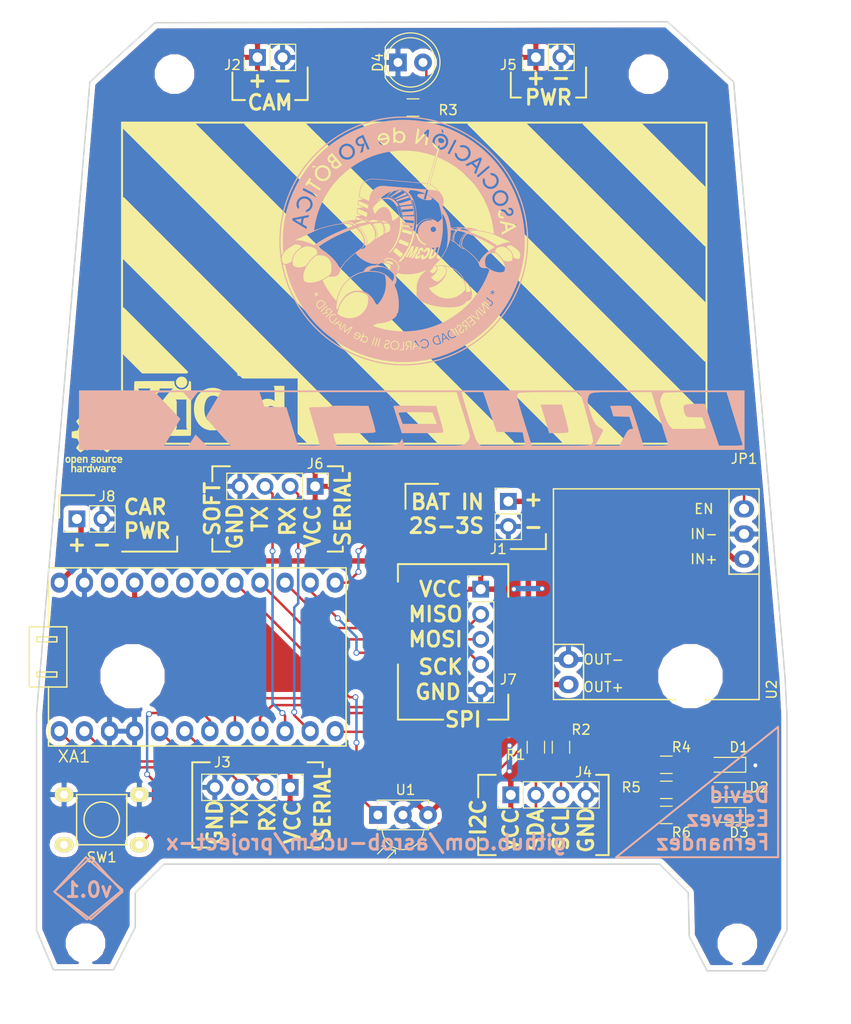
<source format=kicad_pcb>
(kicad_pcb (version 4) (host pcbnew 4.0.7-e2-6376~58~ubuntu14.04.1)
  (layers (0 F.Cu signal) (31 B.Cu signal) (34 B.Paste user) (35 F.Paste user) (36 B.SilkS user) (37 F.SilkS user) (38 B.Mask user) (39 F.Mask user) (44 Edge.Cuts user))
  (net 0 "")
  (net 1 GND)
  (net 2 "Net-(D1-Pad2)")
  (net 3 "Net-(D2-Pad2)")
  (net 4 "Net-(D3-Pad2)")
  (net 5 "Net-(D4-Pad2)")
  (net 6 +BATT)
  (net 7 +5V)
  (net 8 /Rx)
  (net 9 /Tx)
  (net 10 /SDA)
  (net 11 /SCL)
  (net 12 /SoftRx)
  (net 13 /SoftTx)
  (net 14 /MISO)
  (net 15 /MOSI)
  (net 16 /SCK)
  (net 17 VCC)
  (net 18 "Net-(JP1-Pad2)")
  (net 19 /LED_IR)
  (net 20 /LED1)
  (net 21 /LED2)
  (net 22 /LED3)
  (net 23 /BUTTON)
  (net 24 /IR_IN)
  (net 25 "Net-(XA1-PadRST)")
  (net 26 "Net-(XA1-PadA3)")
  (net 27 "Net-(XA1-PadA2)")
  (net 28 "Net-(XA1-PadA1)")
  (module Mounting_Holes:MountingHole_5.5mm (layer F.Cu) (at 169.32 120.56)
    (fp_text reference REF** hide)
    (fp_text value MountingHole_5.5mm hide)
    (pad 1 np_thru_hole circle (at 0 0) (size 5.5 5.5) (drill 5.5) (layers *.Cu *.Mask))
  )
  (module Mounting_Holes:MountingHole_3mm (layer F.Cu) (at 174.07 147.62)
    (fp_text reference REF** hide)
    (fp_text value MountingHole_3mm hide)
    (pad 1 np_thru_hole circle (at 0 0) (size 3 3) (drill 3) (layers *.Cu *.Mask))
  )
  (module Mounting_Holes:MountingHole_3mm (layer F.Cu) (at 108.06 147.61)
    (fp_text reference REF** hide)
    (fp_text value MountingHole_3mm hide)
    (pad 1 np_thru_hole circle (at 0 0) (size 3 3) (drill 3) (layers *.Cu *.Mask))
  )
  (module Mounting_Holes:MountingHole_3mm (layer F.Cu) (at 165.07 59.61)
    (fp_text reference REF** hide)
    (fp_text value MountingHole_3mm hide)
    (pad 1 np_thru_hole circle (at 0 0) (size 3 3) (drill 3) (layers *.Cu *.Mask))
  )
  (module def-footprints:Board_Arduino_Pro_Micro (layer F.Cu) (at 119.38 118.618)
    (fp_text reference XA1 (at -12.48 10.082) (layer F.SilkS) (effects (font (size 1.2 1.2))))
    (fp_text value Arduino_PRO_Micro hide)
    (pad RAW thru_hole oval (at -13.97 -7.52) (size 1.7272 2.032) (drill 1.016) (layers *.Cu *.Mask) (net 17 VCC))
    (pad D1 thru_hole oval (at -13.97 7.52) (size 1.7272 2.032) (drill 1.016) (layers *.Cu *.Mask) (net 9 /Tx))
    (pad GND thru_hole oval (at -11.43 -7.52) (size 1.7272 2.032) (drill 1.016) (layers *.Cu *.Mask) (net 1 GND))
    (pad D0 thru_hole oval (at -11.43 7.52) (size 1.7272 2.032) (drill 1.016) (layers *.Cu *.Mask) (net 8 /Rx))
    (pad RST thru_hole oval (at -8.89 -7.52) (size 1.7272 2.032) (drill 1.016) (layers *.Cu *.Mask) (net 25 "Net-(XA1-PadRST)"))
    (pad GND thru_hole oval (at -8.89 7.52) (size 1.7272 2.032) (drill 1.016) (layers *.Cu *.Mask) (net 1 GND))
    (pad VCC thru_hole oval (at -6.35 -7.52) (size 1.7272 2.032) (drill 1.016) (layers *.Cu *.Mask) (net 7 +5V))
    (pad GND thru_hole oval (at -6.35 7.52) (size 1.7272 2.032) (drill 1.016) (layers *.Cu *.Mask) (net 1 GND))
    (pad A3 thru_hole oval (at -3.81 -7.52) (size 1.7272 2.032) (drill 1.016) (layers *.Cu *.Mask) (net 26 "Net-(XA1-PadA3)"))
    (pad D2 thru_hole oval (at -3.81 7.52) (size 1.7272 2.032) (drill 1.016) (layers *.Cu *.Mask) (net 10 /SDA))
    (pad A2 thru_hole oval (at -1.27 -7.52) (size 1.7272 2.032) (drill 1.016) (layers *.Cu *.Mask) (net 27 "Net-(XA1-PadA2)"))
    (pad D3 thru_hole oval (at -1.27 7.52) (size 1.7272 2.032) (drill 1.016) (layers *.Cu *.Mask) (net 11 /SCL))
    (pad A1 thru_hole oval (at 1.27 -7.52) (size 1.7272 2.032) (drill 1.016) (layers *.Cu *.Mask) (net 28 "Net-(XA1-PadA1)"))
    (pad D4 thru_hole oval (at 1.27 7.52) (size 1.7272 2.032) (drill 1.016) (layers *.Cu *.Mask) (net 23 /BUTTON))
    (pad A0 thru_hole oval (at 3.81 -7.52) (size 1.7272 2.032) (drill 1.016) (layers *.Cu *.Mask) (net 24 /IR_IN))
    (pad D5 thru_hole oval (at 3.81 7.52) (size 1.7272 2.032) (drill 1.016) (layers *.Cu *.Mask) (net 20 /LED1))
    (pad D15 thru_hole oval (at 6.35 -7.52) (size 1.7272 2.032) (drill 1.016) (layers *.Cu *.Mask) (net 15 /MOSI))
    (pad D6 thru_hole oval (at 6.35 7.52) (size 1.7272 2.032) (drill 1.016) (layers *.Cu *.Mask) (net 21 /LED2))
    (pad D14 thru_hole oval (at 8.89 -7.52) (size 1.7272 2.032) (drill 1.016) (layers *.Cu *.Mask) (net 14 /MISO))
    (pad D7 thru_hole oval (at 8.89 7.52) (size 1.7272 2.032) (drill 1.016) (layers *.Cu *.Mask) (net 13 /SoftTx))
    (pad D16 thru_hole oval (at 11.43 -7.52) (size 1.7272 2.032) (drill 1.016) (layers *.Cu *.Mask) (net 16 /SCK))
    (pad D8 thru_hole oval (at 11.43 7.52) (size 1.7272 2.032) (drill 1.016) (layers *.Cu *.Mask) (net 12 /SoftRx))
    (pad D10 thru_hole oval (at 13.97 -7.52) (size 1.7272 2.032) (drill 1.016) (layers *.Cu *.Mask) (net 19 /LED_IR))
    (pad D9 thru_hole oval (at 13.97 7.52) (size 1.7272 2.032) (drill 1.016) (layers *.Cu *.Mask) (net 22 /LED3))
  )
  (module def-footprints:Board_DC_DC_module_RT8272 (layer F.Cu) (at 165.862 111.76 90)
    (fp_text reference U2 (at -10.16 11.684 90) (layer F.SilkS))
    (fp_text value DC_Converter_RT8272 hide)
    (fp_text user EN (at 8.128 4.826 180) (layer F.SilkS))
    (fp_text user IN- (at 5.588 4.826 180) (layer F.SilkS))
    (fp_text user IN+ (at 3.048 4.826 180) (layer F.SilkS))
    (fp_text user OUT- (at -7.112 -5.334 180) (layer F.SilkS))
    (fp_text user OUT+ (at -9.906 -5.334 180) (layer F.SilkS))
    (pad 4 thru_hole oval (at -9.652 -8.89 90) (size 1.7272 2.032) (drill 1.016) (layers *.Cu *.Mask) (net 17 VCC))
    (pad 5 thru_hole oval (at -7.112 -8.89 90) (size 1.7272 2.032) (drill 1.016) (layers *.Cu *.Mask) (net 1 GND))
    (pad 1 thru_hole oval (at 3.048 8.89 90) (size 1.7272 2.032) (drill 1.016) (layers *.Cu *.Mask) (net 6 +BATT))
    (pad 2 thru_hole oval (at 5.588 8.89 90) (size 1.7272 2.032) (drill 1.016) (layers *.Cu *.Mask) (net 1 GND))
    (pad 3 thru_hole oval (at 8.128 8.89 90) (size 1.7272 2.032) (drill 1.016) (layers *.Cu *.Mask) (net 18 "Net-(JP1-Pad2)"))
  )
  (module Symbols:KiCad-Logo_6mm_SilkScreen (layer F.Cu) (at 120.65 93.218)
    (fp_text reference REF*** hide)
    (fp_text value KiCad-Logo_6mm_SilkScreen hide)
  )
  (module LEDs:LED_0805_HandSoldering (layer F.Cu) (at 172.72 129.54 180)
    (fp_text reference D1 (at -1.524 1.778 180) (layer F.SilkS))
    (fp_text value LED hide)
    (pad 1 smd rect (at -1.35 0 180) (size 1.5 1.3) (layers F.Cu F.Paste F.Mask) (net 1 GND))
    (pad 2 smd rect (at 1.35 0 180) (size 1.5 1.3) (layers F.Cu F.Paste F.Mask) (net 2 "Net-(D1-Pad2)"))
  )
  (module LEDs:LED_0805_HandSoldering (layer F.Cu) (at 172.72 132.08 180)
    (fp_text reference D2 (at -3.556 0.254 180) (layer F.SilkS))
    (fp_text value LED hide)
    (pad 1 smd rect (at -1.35 0 180) (size 1.5 1.3) (layers F.Cu F.Paste F.Mask) (net 1 GND))
    (pad 2 smd rect (at 1.35 0 180) (size 1.5 1.3) (layers F.Cu F.Paste F.Mask) (net 3 "Net-(D2-Pad2)"))
  )
  (module LEDs:LED_0805_HandSoldering (layer F.Cu) (at 172.72 134.62 180)
    (fp_text reference D3 (at -1.524 -1.778 180) (layer F.SilkS))
    (fp_text value LED hide)
    (pad 1 smd rect (at -1.35 0 180) (size 1.5 1.3) (layers F.Cu F.Paste F.Mask) (net 1 GND))
    (pad 2 smd rect (at 1.35 0 180) (size 1.5 1.3) (layers F.Cu F.Paste F.Mask) (net 4 "Net-(D3-Pad2)"))
  )
  (module LEDs:LED_D5.0mm (layer F.Cu) (at 139.7 58.42)
    (fp_text reference D4 (at -2.032 0 90) (layer F.SilkS))
    (fp_text value CQY99 hide)
    (pad 1 thru_hole rect (at 0 0) (size 1.8 1.8) (drill 0.9) (layers *.Cu *.Mask) (net 1 GND))
    (pad 2 thru_hole circle (at 2.54 0) (size 1.8 1.8) (drill 0.9) (layers *.Cu *.Mask) (net 5 "Net-(D4-Pad2)"))
  )
  (module Pin_Headers:Pin_Header_Straight_1x02_Pitch2.54mm (layer F.Cu) (at 150.876 102.87)
    (fp_text reference J1 (at -1.016 4.826) (layer F.SilkS))
    (fp_text value Conn_01x02 hide)
    (pad 1 thru_hole rect (at 0 0) (size 1.7 1.7) (drill 1) (layers *.Cu *.Mask) (net 6 +BATT))
    (pad 2 thru_hole oval (at 0 2.54) (size 1.7 1.7) (drill 1) (layers *.Cu *.Mask) (net 1 GND))
  )
  (module Pin_Headers:Pin_Header_Straight_1x02_Pitch2.54mm (layer F.Cu) (at 125.476 57.912 90)
    (fp_text reference J2 (at -0.762 -2.54 180) (layer F.SilkS))
    (fp_text value Conn_01x02 hide)
    (pad 1 thru_hole rect (at 0 0 90) (size 1.7 1.7) (drill 1) (layers *.Cu *.Mask) (net 7 +5V))
    (pad 2 thru_hole oval (at 0 2.54 90) (size 1.7 1.7) (drill 1) (layers *.Cu *.Mask) (net 1 GND))
  )
  (module Pin_Headers:Pin_Header_Straight_1x04_Pitch2.54mm (layer F.Cu) (at 128.778 131.826 270)
    (fp_text reference J3 (at -2.54 6.858 360) (layer F.SilkS))
    (fp_text value Serial hide)
    (pad 1 thru_hole rect (at 0 0 270) (size 1.7 1.7) (drill 1) (layers *.Cu *.Mask) (net 7 +5V))
    (pad 2 thru_hole oval (at 0 2.54 270) (size 1.7 1.7) (drill 1) (layers *.Cu *.Mask) (net 8 /Rx))
    (pad 3 thru_hole oval (at 0 5.08 270) (size 1.7 1.7) (drill 1) (layers *.Cu *.Mask) (net 9 /Tx))
    (pad 4 thru_hole oval (at 0 7.62 270) (size 1.7 1.7) (drill 1) (layers *.Cu *.Mask) (net 1 GND))
  )
  (module Pin_Headers:Pin_Header_Straight_1x04_Pitch2.54mm (layer F.Cu) (at 151.13 132.588 90)
    (fp_text reference J4 (at 2.286 7.366 180) (layer F.SilkS))
    (fp_text value I2C hide)
    (pad 1 thru_hole rect (at 0 0 90) (size 1.7 1.7) (drill 1) (layers *.Cu *.Mask) (net 7 +5V))
    (pad 2 thru_hole oval (at 0 2.54 90) (size 1.7 1.7) (drill 1) (layers *.Cu *.Mask) (net 10 /SDA))
    (pad 3 thru_hole oval (at 0 5.08 90) (size 1.7 1.7) (drill 1) (layers *.Cu *.Mask) (net 11 /SCL))
    (pad 4 thru_hole oval (at 0 7.62 90) (size 1.7 1.7) (drill 1) (layers *.Cu *.Mask) (net 1 GND))
  )
  (module Pin_Headers:Pin_Header_Straight_1x02_Pitch2.54mm (layer F.Cu) (at 153.67 57.912 90)
    (fp_text reference J5 (at -0.762 -2.794 180) (layer F.SilkS))
    (fp_text value Conn_01x02 hide)
    (pad 1 thru_hole rect (at 0 0 90) (size 1.7 1.7) (drill 1) (layers *.Cu *.Mask) (net 7 +5V))
    (pad 2 thru_hole oval (at 0 2.54 90) (size 1.7 1.7) (drill 1) (layers *.Cu *.Mask) (net 1 GND))
  )
  (module Pin_Headers:Pin_Header_Straight_1x04_Pitch2.54mm (layer F.Cu) (at 131.318 101.346 270)
    (fp_text reference J6 (at -2.286 0 360) (layer F.SilkS))
    (fp_text value SoftSerial hide)
    (pad 1 thru_hole rect (at 0 0 270) (size 1.7 1.7) (drill 1) (layers *.Cu *.Mask) (net 7 +5V))
    (pad 2 thru_hole oval (at 0 2.54 270) (size 1.7 1.7) (drill 1) (layers *.Cu *.Mask) (net 12 /SoftRx))
    (pad 3 thru_hole oval (at 0 5.08 270) (size 1.7 1.7) (drill 1) (layers *.Cu *.Mask) (net 13 /SoftTx))
    (pad 4 thru_hole oval (at 0 7.62 270) (size 1.7 1.7) (drill 1) (layers *.Cu *.Mask) (net 1 GND))
  )
  (module Pin_Headers:Pin_Header_Straight_1x02_Pitch2.54mm (layer F.Cu) (at 107.188 104.648 90)
    (fp_text reference J8 (at 2.286 3.048 180) (layer F.SilkS))
    (fp_text value Conn_01x02 hide)
    (pad 1 thru_hole rect (at 0 0 90) (size 1.7 1.7) (drill 1) (layers *.Cu *.Mask) (net 17 VCC))
    (pad 2 thru_hole oval (at 0 2.54 90) (size 1.7 1.7) (drill 1) (layers *.Cu *.Mask) (net 1 GND))
  )
  (module def-footprints:Miscellaneous_Solder_Jumper (layer F.Cu) (at 172.466 99.822)
    (fp_text reference JP1 (at 2.286 -1.27) (layer F.SilkS))
    (fp_text value Jumper_NO_Small hide)
    (pad 1 smd trapezoid (at -0.508 0) (size 0.8 0.8) (rect_delta -0.3 0) (layers F.Cu F.Paste F.Mask) (net 7 +5V))
    (pad 2 smd trapezoid (at 0.508 0) (size 0.8 0.8) (rect_delta 0.3 0) (layers F.Cu F.Paste F.Mask) (net 18 "Net-(JP1-Pad2)"))
  )
  (module Resistors_SMD:R_0805_HandSoldering (layer F.Cu) (at 153.67 127.762 90)
    (fp_text reference R1 (at -0.762 -2.032 180) (layer F.SilkS))
    (fp_text value R hide)
    (pad 1 smd rect (at -1.35 0 90) (size 1.5 1.3) (layers F.Cu F.Paste F.Mask) (net 10 /SDA))
    (pad 2 smd rect (at 1.35 0 90) (size 1.5 1.3) (layers F.Cu F.Paste F.Mask) (net 7 +5V))
  )
  (module Resistors_SMD:R_0805_HandSoldering (layer F.Cu) (at 156.21 127.762 90)
    (fp_text reference R2 (at 1.778 2.032 180) (layer F.SilkS))
    (fp_text value R hide)
    (pad 1 smd rect (at -1.35 0 90) (size 1.5 1.3) (layers F.Cu F.Paste F.Mask) (net 11 /SCL))
    (pad 2 smd rect (at 1.35 0 90) (size 1.5 1.3) (layers F.Cu F.Paste F.Mask) (net 7 +5V))
  )
  (module Resistors_SMD:R_0805_HandSoldering (layer F.Cu) (at 141.224 62.992)
    (fp_text reference R3 (at 3.556 0.254) (layer F.SilkS))
    (fp_text value R hide)
    (pad 1 smd rect (at -1.35 0) (size 1.5 1.3) (layers F.Cu F.Paste F.Mask) (net 19 /LED_IR))
    (pad 2 smd rect (at 1.35 0) (size 1.5 1.3) (layers F.Cu F.Paste F.Mask) (net 5 "Net-(D4-Pad2)"))
  )
  (module Resistors_SMD:R_0805_HandSoldering (layer F.Cu) (at 166.878 129.54)
    (fp_text reference R4 (at 1.524 -1.778) (layer F.SilkS))
    (fp_text value R hide)
    (pad 1 smd rect (at -1.35 0) (size 1.5 1.3) (layers F.Cu F.Paste F.Mask) (net 20 /LED1))
    (pad 2 smd rect (at 1.35 0) (size 1.5 1.3) (layers F.Cu F.Paste F.Mask) (net 2 "Net-(D1-Pad2)"))
  )
  (module Resistors_SMD:R_0805_HandSoldering (layer F.Cu) (at 166.878 132.08)
    (fp_text reference R5 (at -3.556 -0.254) (layer F.SilkS))
    (fp_text value R hide)
    (pad 1 smd rect (at -1.35 0) (size 1.5 1.3) (layers F.Cu F.Paste F.Mask) (net 21 /LED2))
    (pad 2 smd rect (at 1.35 0) (size 1.5 1.3) (layers F.Cu F.Paste F.Mask) (net 3 "Net-(D2-Pad2)"))
  )
  (module Resistors_SMD:R_0805_HandSoldering (layer F.Cu) (at 166.878 134.62)
    (fp_text reference R6 (at 1.524 1.778) (layer F.SilkS))
    (fp_text value R hide)
    (pad 1 smd rect (at -1.35 0) (size 1.5 1.3) (layers F.Cu F.Paste F.Mask) (net 22 /LED3))
    (pad 2 smd rect (at 1.35 0) (size 1.5 1.3) (layers F.Cu F.Paste F.Mask) (net 4 "Net-(D3-Pad2)"))
  )
  (module def-footprints:Switches_Push_Switch_THD (layer F.Cu) (at 109.7 135.1)
    (fp_text reference SW1 (at 0 3.81) (layer F.SilkS))
    (fp_text value SW_DPST hide)
    (pad 2 thru_hole oval (at -3.81 2.54) (size 1.9 1.5) (drill 0.8) (layers *.Cu *.Mask F.SilkS) (net 23 /BUTTON))
    (pad 1 thru_hole oval (at -3.81 -2.54) (size 1.9 1.5) (drill 0.8) (layers *.Cu *.Mask F.SilkS) (net 1 GND))
    (pad 4 thru_hole oval (at 3.81 2.54) (size 1.9 1.5) (drill 0.8) (layers *.Cu *.Mask F.SilkS) (net 23 /BUTTON))
    (pad 3 thru_hole oval (at 3.81 -2.54) (size 1.9 1.5) (drill 0.8) (layers *.Cu *.Mask F.SilkS) (net 1 GND))
  )
  (module Opto-Devices:IRReceiver_Vishay_MINICAST-3pin (layer F.Cu) (at 137.668 134.62)
    (fp_text reference U1 (at 2.794 -2.54 180) (layer F.SilkS))
    (fp_text value TSOP382xx hide)
    (pad 1 thru_hole rect (at 0 0) (size 1.8 1.8) (drill 0.9) (layers *.Cu *.Mask) (net 24 /IR_IN))
    (pad 2 thru_hole circle (at 2.54 0) (size 1.8 1.8) (drill 0.9) (layers *.Cu *.Mask) (net 1 GND))
    (pad 3 thru_hole circle (at 5.08 0) (size 1.8 1.8) (drill 0.9) (layers *.Cu *.Mask) (net 7 +5V))
  )
  (module def-footprints:Logo_ASROB_2.5x2.5_cm (layer B.Cu) (at 140.3 76.5 180)
    (fp_text reference G*** hide)
    (fp_text value LOGO hide)
  )
  (module Symbols:OSHW-Logo_5.7x6mm_SilkScreen (layer F.Cu) (at 108.9 96.9)
    (fp_text reference REF*** hide)
    (fp_text value OSHW-Logo_5.7x6mm_SilkScreen hide)
  )
  (module Pin_Headers:Pin_Header_Straight_1x05_Pitch2.54mm (layer F.Cu) (at 148.082 111.76)
    (fp_text reference J7 (at 2.794 9.144) (layer F.SilkS))
    (fp_text value Conn_01x05 hide)
    (pad 1 thru_hole rect (at 0 0) (size 1.7 1.7) (drill 1) (layers *.Cu *.Mask) (net 7 +5V))
    (pad 2 thru_hole oval (at 0 2.54) (size 1.7 1.7) (drill 1) (layers *.Cu *.Mask) (net 14 /MISO))
    (pad 3 thru_hole oval (at 0 5.08) (size 1.7 1.7) (drill 1) (layers *.Cu *.Mask) (net 15 /MOSI))
    (pad 4 thru_hole oval (at 0 7.62) (size 1.7 1.7) (drill 1) (layers *.Cu *.Mask) (net 16 /SCK))
    (pad 5 thru_hole oval (at 0 10.16) (size 1.7 1.7) (drill 1) (layers *.Cu *.Mask) (net 1 GND))
  )
  (module Mounting_Holes:MountingHole_3mm (layer F.Cu) (at 117.07 59.6)
    (fp_text reference REF** hide)
    (fp_text value MountingHole_3mm hide)
    (pad 1 np_thru_hole circle (at 0 0) (size 3 3) (drill 3) (layers *.Cu *.Mask))
  )
  (module Mounting_Holes:MountingHole_5.5mm (layer F.Cu) (at 112.82 120.57)
    (fp_text reference REF** hide)
    (fp_text value MountingHole_5.5mm hide)
    (pad 1 np_thru_hole circle (at 0 0) (size 5.5 5.5) (drill 5.5) (layers *.Cu *.Mask))
  )
  (module def-footprints:Logo_Project_X (layer B.Cu) (at 141.1 94.6 180)
    (fp_text reference G*** hide)
    (fp_text value LOGO hide)
  )
  (gr_line (start 108.6 145.2) (end 104.9 142.4) (angle 90) (layer B.SilkS) (width 0.2))
  (gr_line (start 111.8 142.4) (end 108.6 145.2) (angle 90) (layer B.SilkS) (width 0.2))
  (gr_line (start 108.6 138.9) (end 111.8 142.4) (angle 90) (layer B.SilkS) (width 0.2))
  (gr_line (start 108.6 138.9) (end 104.9 142.4) (angle 90) (layer B.SilkS) (width 0.2))
  (gr_line (start 108.2 145.2) (end 104.9 142.4) (angle 90) (layer B.SilkS) (width 0.2))
  (gr_line (start 111.8 142.2) (end 108.2 145.2) (angle 90) (layer B.SilkS) (width 0.2))
  (gr_line (start 108.1 138.9) (end 111.8 142.2) (angle 90) (layer B.SilkS) (width 0.2))
  (gr_line (start 104.9 142.4) (end 108.1 138.9) (angle 90) (layer B.SilkS) (width 0.2))
  (gr_line (start 178.2 125.7) (end 178.2 126.8) (angle 90) (layer B.SilkS) (width 0.2))
  (gr_line (start 161.8 138.9) (end 178.2 125.7) (angle 90) (layer B.SilkS) (width 0.2))
  (gr_line (start 163.2 138.9) (end 161.8 138.9) (angle 90) (layer B.SilkS) (width 0.2))
  (gr_line (start 178.2 126.7) (end 178.2 138.9) (angle 90) (layer B.SilkS) (width 0.2))
  (gr_line (start 178.2 138.9) (end 163.2 138.9) (angle 90) (layer B.SilkS) (width 0.2))
  (gr_text "David\nEstevez\nFernandez" (at 177.5 135) (layer B.SilkS) (effects (font (size 1.5 1.5) (thickness 0.3)) (justify left mirror)))
  (gr_text github.com/asrob-uc3m/project-x (at 136.5 137.4) (layer B.SilkS) (effects (font (size 1.5 1.5) (thickness 0.3)) (justify mirror)))
  (gr_text v0.1 (at 108.4 142.2) (layer B.SilkS) (effects (font (size 1.5 1.5) (thickness 0.3)) (justify mirror)))
  (gr_line (start 177 150.4) (end 179.1 146.3) (angle 90) (layer Edge.Cuts) (width 0.15))
  (gr_line (start 171 150.4) (end 177 150.4) (angle 90) (layer Edge.Cuts) (width 0.15))
  (gr_line (start 169.2 146.9) (end 171 150.4) (angle 90) (layer Edge.Cuts) (width 0.15))
  (gr_line (start 169.1 142.5) (end 169.2 146.9) (angle 90) (layer Edge.Cuts) (width 0.15))
  (gr_line (start 166.2 139.6) (end 169.1 142.5) (angle 90) (layer Edge.Cuts) (width 0.15))
  (gr_line (start 116 139.6) (end 166.2 139.6) (angle 90) (layer Edge.Cuts) (width 0.15))
  (gr_line (start 113.1 142.5) (end 116 139.6) (angle 90) (layer Edge.Cuts) (width 0.15))
  (gr_line (start 113.1 146) (end 113.1 142.5) (angle 90) (layer Edge.Cuts) (width 0.15))
  (gr_line (start 110.9 150.3) (end 113.1 146) (angle 90) (layer Edge.Cuts) (width 0.15))
  (gr_line (start 104.8 150.3) (end 110.9 150.3) (angle 90) (layer Edge.Cuts) (width 0.15))
  (gr_line (start 103.1 146.3) (end 104.8 150.3) (angle 90) (layer Edge.Cuts) (width 0.15))
  (gr_line (start 179.1 124.6) (end 179.1 146.3) (angle 90) (layer Edge.Cuts) (width 0.15))
  (gr_line (start 178.9 120.7) (end 179.1 124.6) (angle 90) (layer Edge.Cuts) (width 0.15))
  (gr_line (start 178.7 118.3) (end 178.9 120.7) (angle 90) (layer Edge.Cuts) (width 0.15))
  (gr_line (start 173.7 60.4) (end 178.7 118.3) (angle 90) (layer Edge.Cuts) (width 0.15))
  (gr_line (start 167 54.3) (end 173.7 60.4) (angle 90) (layer Edge.Cuts) (width 0.15))
  (gr_line (start 115.1 54.4) (end 167 54.3) (angle 90) (layer Edge.Cuts) (width 0.15))
  (gr_line (start 108.5 60.4) (end 115.1 54.4) (angle 90) (layer Edge.Cuts) (width 0.15))
  (gr_line (start 103.1 124.4) (end 108.5 60.4) (angle 90) (layer Edge.Cuts) (width 0.15))
  (gr_line (start 103.1 146.3) (end 103.1 124.4) (angle 90) (layer Edge.Cuts) (width 0.15))
  (gr_line (start 150.876 109.22) (end 150.876 112.522) (angle 90) (layer F.SilkS) (width 0.2))
  (gr_line (start 139.7 109.22) (end 150.876 109.22) (angle 90) (layer F.SilkS) (width 0.2))
  (gr_line (start 139.7 110.998) (end 139.7 109.22) (angle 90) (layer F.SilkS) (width 0.2))
  (gr_line (start 139.7 124.968) (end 139.7 119.38) (angle 90) (layer F.SilkS) (width 0.2))
  (gr_line (start 144.272 124.968) (end 139.7 124.968) (angle 90) (layer F.SilkS) (width 0.2))
  (gr_line (start 150.876 124.968) (end 150.876 122.428) (angle 90) (layer F.SilkS) (width 0.2))
  (gr_line (start 148.844 124.968) (end 150.876 124.968) (angle 90) (layer F.SilkS) (width 0.2))
  (gr_text MISO (at 143.51 114.3) (layer F.SilkS) (effects (font (size 1.5 1.5) (thickness 0.3))))
  (gr_text VCC (at 144.018 111.76) (layer F.SilkS) (effects (font (size 1.5 1.5) (thickness 0.3))))
  (gr_text GND (at 143.764 122.174) (layer F.SilkS) (effects (font (size 1.5 1.5) (thickness 0.3))))
  (gr_text "MOSI\n" (at 143.51 116.84) (layer F.SilkS) (effects (font (size 1.5 1.5) (thickness 0.3))))
  (gr_text SCK (at 144.018 119.634) (layer F.SilkS) (effects (font (size 1.5 1.5) (thickness 0.3))))
  (gr_text SPI (at 146.304 124.968) (layer F.SilkS) (effects (font (size 1.5 1.5) (thickness 0.3))))
  (gr_line (start 129.286 62.23) (end 130.556 62.23) (angle 90) (layer F.SilkS) (width 0.2))
  (gr_line (start 122.936 62.23) (end 124.206 62.23) (angle 90) (layer F.SilkS) (width 0.2))
  (gr_text CAM (at 126.746 62.484) (layer F.SilkS) (effects (font (size 1.5 1.5) (thickness 0.3))))
  (gr_line (start 151.13 61.976) (end 151.13 59.436) (angle 90) (layer F.SilkS) (width 0.2))
  (gr_line (start 158.75 61.976) (end 158.75 58.928) (angle 90) (layer F.SilkS) (width 0.2))
  (gr_line (start 122.936 62.23) (end 122.936 59.436) (angle 90) (layer F.SilkS) (width 0.2))
  (gr_line (start 152.146 61.976) (end 151.13 61.976) (angle 90) (layer F.SilkS) (width 0.2))
  (gr_line (start 130.556 62.23) (end 130.556 58.928) (angle 90) (layer F.SilkS) (width 0.2))
  (gr_line (start 157.734 61.976) (end 158.75 61.976) (angle 90) (layer F.SilkS) (width 0.2))
  (gr_text PWR (at 154.94 61.976) (layer F.SilkS) (effects (font (size 1.5 1.5) (thickness 0.3))))
  (gr_text - (at 156.21 59.944) (layer F.SilkS) (effects (font (size 1.5 1.5) (thickness 0.3))))
  (gr_text - (at 128.016 60.198) (layer F.SilkS) (effects (font (size 1.5 1.5) (thickness 0.3))))
  (gr_text + (at 153.67 59.944) (layer F.SilkS) (effects (font (size 1.5 1.5) (thickness 0.3))))
  (gr_text + (at 125.476 60.198) (layer F.SilkS) (effects (font (size 1.5 1.5) (thickness 0.3))))
  (gr_line (start 118.872 137.922) (end 118.872 129.286) (angle 90) (layer F.SilkS) (width 0.2))
  (gr_text VCC (at 129.032 135.382 90) (layer F.SilkS) (effects (font (size 1.5 1.5) (thickness 0.3))))
  (gr_text GND (at 121.158 135.382 90) (layer F.SilkS) (effects (font (size 1.5 1.5) (thickness 0.3))))
  (gr_text TX (at 123.698 134.62 90) (layer F.SilkS) (effects (font (size 1.5 1.5) (thickness 0.3))))
  (gr_text RX (at 126.492 134.874 90) (layer F.SilkS) (effects (font (size 1.5 1.5) (thickness 0.3))))
  (gr_text SERIAL (at 132.08 133.604 90) (layer F.SilkS) (effects (font (size 1.5 1.5) (thickness 0.3))))
  (gr_line (start 120.65 129.286) (end 118.872 129.286) (angle 90) (layer F.SilkS) (width 0.2))
  (gr_line (start 118.872 137.922) (end 120.65 137.922) (angle 90) (layer F.SilkS) (width 0.2))
  (gr_line (start 130.556 137.922) (end 132.08 137.922) (angle 90) (layer F.SilkS) (width 0.2))
  (gr_line (start 132.08 137.922) (end 132.08 137.414) (angle 90) (layer F.SilkS) (width 0.2))
  (gr_line (start 132.08 129.794) (end 132.08 129.286) (angle 90) (layer F.SilkS) (width 0.2))
  (gr_line (start 132.08 129.286) (end 130.556 129.286) (angle 90) (layer F.SilkS) (width 0.2))
  (gr_line (start 120.904 107.95) (end 120.904 106.68) (angle 90) (layer F.SilkS) (width 0.2))
  (gr_line (start 120.904 99.314) (end 120.904 100.838) (angle 90) (layer F.SilkS) (width 0.2))
  (gr_text SOFT (at 120.904 103.632 90) (layer F.SilkS) (effects (font (size 1.5 1.5) (thickness 0.3))))
  (gr_line (start 134.112 99.314) (end 132.588 99.314) (angle 90) (layer F.SilkS) (width 0.2))
  (gr_line (start 134.112 99.822) (end 134.112 99.314) (angle 90) (layer F.SilkS) (width 0.2))
  (gr_line (start 134.112 107.95) (end 134.112 107.442) (angle 90) (layer F.SilkS) (width 0.2))
  (gr_line (start 132.588 107.95) (end 134.112 107.95) (angle 90) (layer F.SilkS) (width 0.2))
  (gr_line (start 120.904 107.95) (end 122.682 107.95) (angle 90) (layer F.SilkS) (width 0.2))
  (gr_line (start 122.682 99.314) (end 120.904 99.314) (angle 90) (layer F.SilkS) (width 0.2))
  (gr_text SERIAL (at 134.112 103.632 90) (layer F.SilkS) (effects (font (size 1.5 1.5) (thickness 0.3))))
  (gr_text RX (at 128.524 104.902 90) (layer F.SilkS) (effects (font (size 1.5 1.5) (thickness 0.3))))
  (gr_text TX (at 125.73 104.648 90) (layer F.SilkS) (effects (font (size 1.5 1.5) (thickness 0.3))))
  (gr_text GND (at 123.19 105.41 90) (layer F.SilkS) (effects (font (size 1.5 1.5) (thickness 0.3))))
  (gr_text VCC (at 131.064 105.41 90) (layer F.SilkS) (effects (font (size 1.5 1.5) (thickness 0.3))))
  (gr_line (start 147.828 130.556) (end 147.828 132.842) (angle 90) (layer F.SilkS) (width 0.2))
  (gr_line (start 154.686 107.696) (end 154.686 106.172) (angle 90) (layer F.SilkS) (width 0.2))
  (gr_line (start 151.13 107.696) (end 154.686 107.696) (angle 90) (layer F.SilkS) (width 0.2))
  (gr_line (start 143.51 101.092) (end 143.764 101.092) (angle 90) (layer F.SilkS) (width 0.2))
  (gr_line (start 140.462 101.092) (end 143.51 101.092) (angle 90) (layer F.SilkS) (width 0.2))
  (gr_line (start 140.462 103.632) (end 140.462 101.092) (angle 90) (layer F.SilkS) (width 0.2))
  (gr_text "BAT IN\n2S-3S" (at 148.59 104.14) (layer F.SilkS) (effects (font (size 1.5 1.5) (thickness 0.3)) (justify right)))
  (gr_text - (at 153.416 105.41) (layer F.SilkS) (effects (font (size 1.5 1.5) (thickness 0.3))))
  (gr_text + (at 153.416 102.616) (layer F.SilkS) (effects (font (size 1.5 1.5) (thickness 0.3))))
  (gr_line (start 161.036 130.556) (end 161.036 138.684) (angle 90) (layer F.SilkS) (width 0.2))
  (gr_line (start 161.036 130.556) (end 159.766 130.556) (angle 90) (layer F.SilkS) (width 0.2))
  (gr_text GND (at 158.75 136.144 90) (layer F.SilkS) (effects (font (size 1.5 1.5) (thickness 0.3))))
  (gr_line (start 161.036 138.684) (end 159.766 138.684) (angle 90) (layer F.SilkS) (width 0.2))
  (gr_line (start 147.828 130.556) (end 149.606 130.556) (angle 90) (layer F.SilkS) (width 0.2))
  (gr_line (start 147.828 138.684) (end 149.606 138.684) (angle 90) (layer F.SilkS) (width 0.2))
  (gr_line (start 147.828 136.906) (end 147.828 138.684) (angle 90) (layer F.SilkS) (width 0.2))
  (gr_text "SCL\n" (at 156.21 136.144 90) (layer F.SilkS) (effects (font (size 1.5 1.5) (thickness 0.3))))
  (gr_text SDA (at 153.67 136.144 90) (layer F.SilkS) (effects (font (size 1.5 1.5) (thickness 0.3))))
  (gr_text VCC (at 151.13 136.144 90) (layer F.SilkS) (effects (font (size 1.5 1.5) (thickness 0.3))))
  (gr_text I2C (at 147.828 134.874 90) (layer F.SilkS) (effects (font (size 1.5 1.5) (thickness 0.3))))
  (gr_line (start 170.942 97.028) (end 111.76 97.028) (angle 90) (layer F.SilkS) (width 0.2))
  (gr_line (start 170.942 64.516) (end 170.942 97.028) (angle 90) (layer F.SilkS) (width 0.2))
  (gr_line (start 111.76 64.516) (end 170.942 64.516) (angle 90) (layer F.SilkS) (width 0.2))
  (gr_line (start 111.76 97.028) (end 111.76 64.516) (angle 90) (layer F.SilkS) (width 0.2))
  (gr_line (start 105.402 102.246) (end 108.958 102.246) (angle 90) (layer F.SilkS) (width 0.2))
  (gr_line (start 105.402 104.532) (end 105.402 102.246) (angle 90) (layer F.SilkS) (width 0.2))
  (gr_line (start 117.348 107.95) (end 117.348 106.426) (angle 90) (layer F.SilkS) (width 0.2))
  (gr_line (start 111.76 107.95) (end 117.348 107.95) (angle 90) (layer F.SilkS) (width 0.2))
  (gr_text - (at 109.728 107.188) (layer F.SilkS) (effects (font (size 1.5 1.5) (thickness 0.3))))
  (gr_text + (at 107.188 107.188) (layer F.SilkS) (effects (font (size 1.5 1.5) (thickness 0.3))))
  (gr_text "CAR \nPWR" (at 111.76 104.648) (layer F.SilkS) (effects (font (size 1.5 1.5) (thickness 0.3)) (justify left)))
  (segment (start 174.07 129.54) (end 174.13 129.6) (width 0.55) (layer F.Cu) (net 1))
  (segment (start 174.13 129.6) (end 175.9 129.6) (width 0.55) (layer F.Cu) (net 1))
  (via (at 175.9 129.6) (size 0.6) (drill 0.4) (layers F.Cu B.Cu) (net 1))
  (segment (start 174.07 132.08) (end 174.07 129.54) (width 0.55) (layer F.Cu) (net 1))
  (segment (start 174.07 134.62) (end 174.07 132.08) (width 0.55) (layer F.Cu) (net 1))
  (segment (start 168.228 129.54) (end 171.37 129.54) (width 0.25) (layer F.Cu) (net 2))
  (segment (start 168.228 132.08) (end 171.37 132.08) (width 0.25) (layer F.Cu) (net 3))
  (segment (start 171.37 134.62) (end 168.228 134.62) (width 0.25) (layer F.Cu) (net 4))
  (segment (start 142.24 58.42) (end 142.574 58.754) (width 0.25) (layer F.Cu) (net 5))
  (segment (start 142.574 58.754) (end 142.574 62.992) (width 0.25) (layer F.Cu) (net 5))
  (segment (start 174.752 108.712) (end 173.712 108.712) (width 0.55) (layer F.Cu) (net 6))
  (segment (start 167.87 102.87) (end 150.876 102.87) (width 0.55) (layer F.Cu) (net 6))
  (segment (start 173.712 108.712) (end 167.87 102.87) (width 0.55) (layer F.Cu) (net 6))
  (segment (start 171.958 99.822) (end 150.678 99.822) (width 0.55) (layer F.Cu) (net 7))
  (segment (start 154.3 111.7) (end 151.5 111.7) (width 0.55) (layer B.Cu) (net 7))
  (via (at 154.3 111.7) (size 0.6) (drill 0.4) (layers F.Cu B.Cu) (net 7))
  (segment (start 154.3 109.8) (end 154.3 111.7) (width 0.55) (layer F.Cu) (net 7))
  (segment (start 152.4 107.9) (end 154.3 109.8) (width 0.55) (layer F.Cu) (net 7))
  (segment (start 149.6 107.9) (end 152.4 107.9) (width 0.55) (layer F.Cu) (net 7))
  (segment (start 148.8 107.1) (end 149.6 107.9) (width 0.55) (layer F.Cu) (net 7))
  (segment (start 148.8 101.7) (end 148.8 107.1) (width 0.55) (layer F.Cu) (net 7))
  (segment (start 150.678 99.822) (end 148.8 101.7) (width 0.55) (layer F.Cu) (net 7))
  (segment (start 148.082 111.76) (end 151.44 111.76) (width 0.55) (layer F.Cu) (net 7))
  (via (at 151.44 111.76) (size 0.6) (drill 0.4) (layers F.Cu B.Cu) (net 7))
  (segment (start 151.44 111.76) (end 151.5 111.7) (width 0.55) (layer B.Cu) (net 7))
  (segment (start 151.44 111.76) (end 151.5 111.7) (width 0.55) (layer F.Cu) (net 7))
  (segment (start 153.67 126.412) (end 152.188 126.412) (width 0.55) (layer F.Cu) (net 7))
  (segment (start 151.13 130.33) (end 151.13 132.588) (width 0.55) (layer F.Cu) (net 7))
  (segment (start 151 130.2) (end 151.13 130.33) (width 0.55) (layer F.Cu) (net 7))
  (via (at 151 130.2) (size 0.6) (drill 0.4) (layers F.Cu B.Cu) (net 7))
  (segment (start 151 127.6) (end 151 130.2) (width 0.55) (layer B.Cu) (net 7))
  (via (at 151 127.6) (size 0.6) (drill 0.4) (layers F.Cu B.Cu) (net 7))
  (segment (start 152.188 126.412) (end 151 127.6) (width 0.55) (layer F.Cu) (net 7))
  (segment (start 153.658 126.4) (end 153.67 126.412) (width 0.55) (layer F.Cu) (net 7))
  (segment (start 156.21 126.412) (end 153.67 126.412) (width 0.55) (layer F.Cu) (net 7))
  (segment (start 126.238 131.826) (end 123.612 129.2) (width 0.25) (layer F.Cu) (net 8))
  (segment (start 111.012 129.2) (end 107.95 126.138) (width 0.25) (layer F.Cu) (net 8))
  (segment (start 123.612 129.2) (end 111.012 129.2) (width 0.25) (layer F.Cu) (net 8))
  (segment (start 107.95 126.138) (end 107.95 126.65) (width 0.25) (layer F.Cu) (net 8))
  (segment (start 123.698 131.826) (end 123.698 131.398) (width 0.25) (layer F.Cu) (net 9))
  (segment (start 123.698 131.398) (end 122.1 129.8) (width 0.25) (layer F.Cu) (net 9))
  (segment (start 122.1 129.8) (end 109.072 129.8) (width 0.25) (layer F.Cu) (net 9))
  (segment (start 109.072 129.8) (end 105.41 126.138) (width 0.25) (layer F.Cu) (net 9))
  (segment (start 128.7 128.7) (end 128.384 128.384) (width 0.25) (layer F.Cu) (net 10))
  (segment (start 128.384 128.384) (end 117.816 128.384) (width 0.25) (layer F.Cu) (net 10))
  (segment (start 117.616 128.184) (end 117.816 128.384) (width 0.25) (layer F.Cu) (net 10))
  (segment (start 152.2 136.3) (end 151.3 137.2) (width 0.25) (layer F.Cu) (net 10))
  (segment (start 131 134) (end 131 131) (width 0.25) (layer F.Cu) (net 10))
  (segment (start 134.2 137.2) (end 131 134) (width 0.25) (layer F.Cu) (net 10))
  (segment (start 151.3 137.2) (end 134.2 137.2) (width 0.25) (layer F.Cu) (net 10))
  (segment (start 153.67 132.588) (end 153.67 134.83) (width 0.25) (layer F.Cu) (net 10))
  (segment (start 131 131) (end 128.7 128.7) (width 0.25) (layer F.Cu) (net 10))
  (segment (start 153.67 134.83) (end 152.2 136.3) (width 0.25) (layer F.Cu) (net 10))
  (segment (start 117.616 128.184) (end 115.57 126.138) (width 0.25) (layer F.Cu) (net 10))
  (segment (start 153.67 129.112) (end 153.67 132.588) (width 0.25) (layer F.Cu) (net 10))
  (segment (start 119.672 127.7) (end 119.872 127.9) (width 0.25) (layer F.Cu) (net 11))
  (segment (start 119.872 127.9) (end 129 127.9) (width 0.25) (layer F.Cu) (net 11))
  (segment (start 147.8 135.8) (end 147.2 136.4) (width 0.25) (layer F.Cu) (net 11))
  (segment (start 147.2 136.4) (end 134.7 136.4) (width 0.25) (layer F.Cu) (net 11))
  (segment (start 134.7 136.4) (end 131.9 133.6) (width 0.25) (layer F.Cu) (net 11))
  (segment (start 131.9 133.6) (end 131.9 130.8) (width 0.25) (layer F.Cu) (net 11))
  (segment (start 131.9 130.8) (end 129 127.9) (width 0.25) (layer F.Cu) (net 11))
  (segment (start 119.672 127.7) (end 118.11 126.138) (width 0.25) (layer F.Cu) (net 11))
  (segment (start 156.21 129.112) (end 156.21 129.11) (width 0.25) (layer F.Cu) (net 11))
  (segment (start 156.21 129.11) (end 154.9 127.8) (width 0.25) (layer F.Cu) (net 11))
  (segment (start 149.2 134.4) (end 147.8 135.8) (width 0.25) (layer F.Cu) (net 11))
  (segment (start 149.2 130.8) (end 149.2 134.4) (width 0.25) (layer F.Cu) (net 11))
  (segment (start 152.2 127.8) (end 149.2 130.8) (width 0.25) (layer F.Cu) (net 11))
  (segment (start 154.9 127.8) (end 152.2 127.8) (width 0.25) (layer F.Cu) (net 11))
  (segment (start 156.21 132.588) (end 156.21 129.112) (width 0.25) (layer F.Cu) (net 11))
  (segment (start 129.6 112.5) (end 129.6 113.2) (width 0.25) (layer B.Cu) (net 12))
  (segment (start 129.6 113.2) (end 129.2 113.6) (width 0.25) (layer B.Cu) (net 12))
  (segment (start 130.81 126.138) (end 129.2 124.528) (width 0.25) (layer F.Cu) (net 12))
  (segment (start 129.2 124.2) (end 129.2 113.6) (width 0.25) (layer B.Cu) (net 12))
  (via (at 129.2 124.2) (size 0.6) (drill 0.4) (layers F.Cu B.Cu) (net 12))
  (segment (start 129.2 124.528) (end 129.2 124.2) (width 0.25) (layer F.Cu) (net 12))
  (segment (start 129.6 102.168) (end 128.778 101.346) (width 0.25) (layer F.Cu) (net 12))
  (segment (start 129.6 107.9) (end 129.6 102.168) (width 0.25) (layer F.Cu) (net 12))
  (via (at 129.6 107.9) (size 0.6) (drill 0.4) (layers F.Cu B.Cu) (net 12))
  (segment (start 129.6 112.5) (end 129.6 107.9) (width 0.25) (layer B.Cu) (net 12))
  (via (at 127 107.9) (size 0.6) (drill 0.4) (layers F.Cu B.Cu) (net 13))
  (segment (start 126.238 101.346) (end 127 102.108) (width 0.25) (layer F.Cu) (net 13))
  (segment (start 127 102.108) (end 127 107.9) (width 0.25) (layer F.Cu) (net 13))
  (segment (start 128.27 126.138) (end 128.27 124.57) (width 0.25) (layer F.Cu) (net 13))
  (segment (start 127 123.3) (end 127 107.9) (width 0.25) (layer B.Cu) (net 13))
  (segment (start 128 124.3) (end 127 123.3) (width 0.25) (layer B.Cu) (net 13))
  (via (at 128 124.3) (size 0.6) (drill 0.4) (layers F.Cu B.Cu) (net 13))
  (segment (start 128.27 124.57) (end 128 124.3) (width 0.25) (layer F.Cu) (net 13))
  (segment (start 148.082 114.3) (end 146.682 115.7) (width 0.25) (layer F.Cu) (net 14))
  (segment (start 132.872 115.7) (end 128.27 111.098) (width 0.25) (layer F.Cu) (net 14))
  (segment (start 146.682 115.7) (end 132.872 115.7) (width 0.25) (layer F.Cu) (net 14))
  (segment (start 125.73 111.098) (end 131.472 116.84) (width 0.25) (layer F.Cu) (net 15))
  (segment (start 131.472 116.84) (end 148.082 116.84) (width 0.25) (layer F.Cu) (net 15))
  (segment (start 148.082 119.38) (end 146.902 118.2) (width 0.25) (layer F.Cu) (net 16))
  (segment (start 133.6 114.7) (end 130.81 111.91) (width 0.25) (layer F.Cu) (net 16))
  (via (at 133.6 114.7) (size 0.6) (drill 0.4) (layers F.Cu B.Cu) (net 16))
  (segment (start 135.5 116.6) (end 133.6 114.7) (width 0.25) (layer B.Cu) (net 16))
  (segment (start 135.5 118.2) (end 135.5 116.6) (width 0.25) (layer B.Cu) (net 16))
  (via (at 135.5 118.2) (size 0.6) (drill 0.4) (layers F.Cu B.Cu) (net 16))
  (segment (start 146.902 118.2) (end 135.5 118.2) (width 0.25) (layer F.Cu) (net 16))
  (segment (start 130.81 111.91) (end 130.81 111.098) (width 0.25) (layer F.Cu) (net 16))
  (segment (start 107.608 108.3) (end 108.208 108.9) (width 0.55) (layer F.Cu) (net 17))
  (segment (start 108.1 108.7) (end 108.1 108.9) (width 0.55) (layer F.Cu) (net 17))
  (segment (start 108.208 108.808) (end 108.1 108.7) (width 0.55) (layer F.Cu) (net 17))
  (segment (start 108.208 108.9) (end 108.208 108.808) (width 0.55) (layer F.Cu) (net 17))
  (segment (start 107.608 108.9) (end 107.608 108.3) (width 0.55) (layer F.Cu) (net 17))
  (segment (start 107.608 108.3) (end 107.608 105.068) (width 0.55) (layer F.Cu) (net 17))
  (segment (start 107.608 105.068) (end 107.188 104.648) (width 0.55) (layer F.Cu) (net 17))
  (segment (start 156.972 121.412) (end 154.912 121.412) (width 0.55) (layer F.Cu) (net 17))
  (segment (start 151.6 108.9) (end 108.1 108.9) (width 0.55) (layer F.Cu) (net 17))
  (segment (start 152.9 110.2) (end 151.6 108.9) (width 0.55) (layer F.Cu) (net 17))
  (segment (start 152.9 119.4) (end 152.9 110.2) (width 0.55) (layer F.Cu) (net 17))
  (segment (start 154.912 121.412) (end 152.9 119.4) (width 0.55) (layer F.Cu) (net 17))
  (segment (start 107.608 108.9) (end 105.41 111.098) (width 0.55) (layer F.Cu) (net 17))
  (segment (start 108.1 108.9) (end 107.608 108.9) (width 0.55) (layer F.Cu) (net 17))
  (segment (start 174.752 103.632) (end 174.752 100.552) (width 0.25) (layer F.Cu) (net 18))
  (segment (start 174.022 99.822) (end 172.974 99.822) (width 0.25) (layer F.Cu) (net 18))
  (segment (start 174.752 100.552) (end 174.022 99.822) (width 0.25) (layer F.Cu) (net 18))
  (segment (start 139.874 62.992) (end 139.874 103.726) (width 0.25) (layer F.Cu) (net 19))
  (segment (start 134.602 111.098) (end 133.35 111.098) (width 0.25) (layer F.Cu) (net 19))
  (segment (start 135.7 110) (end 134.602 111.098) (width 0.25) (layer F.Cu) (net 19))
  (via (at 135.7 110) (size 0.6) (drill 0.4) (layers F.Cu B.Cu) (net 19))
  (segment (start 135.7 107.9) (end 135.7 110) (width 0.25) (layer B.Cu) (net 19))
  (via (at 135.7 107.9) (size 0.6) (drill 0.4) (layers F.Cu B.Cu) (net 19))
  (segment (start 139.874 103.726) (end 135.7 107.9) (width 0.25) (layer F.Cu) (net 19))
  (segment (start 123.19 126.138) (end 123.19 123.71) (width 0.25) (layer F.Cu) (net 20))
  (segment (start 133.8 122.8) (end 134.7 123.7) (width 0.25) (layer F.Cu) (net 20))
  (segment (start 124.1 122.8) (end 133.8 122.8) (width 0.25) (layer F.Cu) (net 20))
  (segment (start 123.19 123.71) (end 124.1 122.8) (width 0.25) (layer F.Cu) (net 20))
  (segment (start 123.19 125.71) (end 123.19 126.138) (width 0.25) (layer F.Cu) (net 20))
  (segment (start 158.2 123.7) (end 163.9 129.4) (width 0.25) (layer F.Cu) (net 20))
  (segment (start 158.2 123.7) (end 134.7 123.7) (width 0.25) (layer F.Cu) (net 20))
  (segment (start 163.9 129.4) (end 165.388 129.4) (width 0.25) (layer F.Cu) (net 20))
  (segment (start 123.19 126.138) (end 123.19 125.71) (width 0.25) (layer F.Cu) (net 20))
  (segment (start 165.388 129.4) (end 165.528 129.54) (width 0.25) (layer F.Cu) (net 20))
  (segment (start 125.73 126.138) (end 125.73 124.77) (width 0.25) (layer F.Cu) (net 21))
  (segment (start 127 123.5) (end 128.368 123.5) (width 0.25) (layer F.Cu) (net 21))
  (segment (start 125.73 124.77) (end 127 123.5) (width 0.25) (layer F.Cu) (net 21))
  (segment (start 134.1 124.3) (end 133.3 123.5) (width 0.25) (layer F.Cu) (net 21))
  (segment (start 133.3 123.5) (end 128.368 123.5) (width 0.25) (layer F.Cu) (net 21))
  (segment (start 152 124.3) (end 134.1 124.3) (width 0.25) (layer F.Cu) (net 21))
  (segment (start 165.528 132.08) (end 162.58 132.08) (width 0.25) (layer F.Cu) (net 21))
  (segment (start 157.8 124.3) (end 152 124.3) (width 0.25) (layer F.Cu) (net 21))
  (segment (start 161.6 128.1) (end 157.8 124.3) (width 0.25) (layer F.Cu) (net 21))
  (segment (start 161.6 131.1) (end 161.6 128.1) (width 0.25) (layer F.Cu) (net 21))
  (segment (start 162.58 132.08) (end 161.6 131.1) (width 0.25) (layer F.Cu) (net 21))
  (segment (start 151.4 125.8) (end 151 126.2) (width 0.25) (layer F.Cu) (net 22))
  (segment (start 151 126.2) (end 150.9 126.2) (width 0.25) (layer F.Cu) (net 22))
  (segment (start 133.35 126.138) (end 133.412 126.2) (width 0.25) (layer F.Cu) (net 22))
  (segment (start 133.412 126.2) (end 150.9 126.2) (width 0.25) (layer F.Cu) (net 22))
  (segment (start 151.4 125.8) (end 152.3 124.9) (width 0.25) (layer F.Cu) (net 22))
  (segment (start 152.3 124.9) (end 157.6 124.9) (width 0.25) (layer F.Cu) (net 22))
  (segment (start 157.6 124.9) (end 161 128.3) (width 0.25) (layer F.Cu) (net 22))
  (segment (start 161 128.3) (end 161 133) (width 0.25) (layer F.Cu) (net 22))
  (segment (start 161 133) (end 162.62 134.62) (width 0.25) (layer F.Cu) (net 22))
  (segment (start 162.62 134.62) (end 165.528 134.62) (width 0.25) (layer F.Cu) (net 22))
  (segment (start 114.6 124.3) (end 114.5 124.4) (width 0.25) (layer F.Cu) (net 23))
  (segment (start 114.9 136.25) (end 113.51 137.64) (width 0.25) (layer F.Cu) (net 23))
  (segment (start 114.9 131.1) (end 114.9 136.25) (width 0.25) (layer F.Cu) (net 23))
  (segment (start 114.3 130.5) (end 114.9 131.1) (width 0.25) (layer F.Cu) (net 23))
  (via (at 114.3 130.5) (size 0.6) (drill 0.4) (layers F.Cu B.Cu) (net 23))
  (segment (start 114.3 124.6) (end 114.3 130.5) (width 0.25) (layer B.Cu) (net 23))
  (segment (start 114.5 124.4) (end 114.3 124.6) (width 0.25) (layer B.Cu) (net 23))
  (via (at 114.5 124.4) (size 0.6) (drill 0.4) (layers F.Cu B.Cu) (net 23))
  (segment (start 120.65 126.138) (end 120.65 125.05) (width 0.25) (layer F.Cu) (net 23))
  (segment (start 119.9 124.3) (end 114.6 124.3) (width 0.25) (layer F.Cu) (net 23))
  (segment (start 120.65 125.05) (end 119.9 124.3) (width 0.25) (layer F.Cu) (net 23))
  (segment (start 137.668 134.62) (end 135.5 132.452) (width 0.25) (layer F.Cu) (net 24))
  (segment (start 134.792 122.7) (end 123.19 111.098) (width 0.25) (layer F.Cu) (net 24))
  (segment (start 135.4 122.7) (end 134.792 122.7) (width 0.25) (layer F.Cu) (net 24))
  (via (at 135.4 122.7) (size 0.6) (drill 0.4) (layers F.Cu B.Cu) (net 24))
  (segment (start 135.5 122.8) (end 135.4 122.7) (width 0.25) (layer B.Cu) (net 24))
  (segment (start 135.5 127.3) (end 135.5 122.8) (width 0.25) (layer B.Cu) (net 24))
  (via (at 135.5 127.3) (size 0.6) (drill 0.4) (layers F.Cu B.Cu) (net 24))
  (segment (start 135.5 132.452) (end 135.5 127.3) (width 0.25) (layer F.Cu) (net 24))
  (zone (net 0) (net_name "") (layer F.SilkS) (connect_pads (clearance 0.508)) (min_thickness 0.254) (fill yes (arc_segments 16) (thermal_gap 0.508) (thermal_bridge_width 0.508))
    (polygon (pts (xy 164.592 64.77) (xy 170.942 71.12) (xy 170.942 77.216) (xy 158.242 64.516) (xy 164.338 64.516)))
  )
  (zone (net 0) (net_name "") (layer F.SilkS) (connect_pads (clearance 0.508)) (min_thickness 0.254) (fill yes (arc_segments 16) (thermal_gap 0.508) (thermal_bridge_width 0.508))
    (polygon (pts (xy 170.942 82.804) (xy 170.942 88.9) (xy 146.558 64.516) (xy 152.654 64.516)))
  )
  (zone (net 0) (net_name "") (layer F.SilkS) (connect_pads (clearance 0.508)) (min_thickness 0.254) (fill yes (arc_segments 16) (thermal_gap 0.508) (thermal_bridge_width 0.508))
    (polygon (pts (xy 170.942 94.234) (xy 170.942 97.028) (xy 168.402 97.028) (xy 135.89 64.516) (xy 141.224 64.516)))
  )
  (zone (net 0) (net_name "") (layer F.SilkS) (connect_pads (clearance 0.508)) (min_thickness 0.254) (fill yes (arc_segments 16) (thermal_gap 0.508) (thermal_bridge_width 0.508))
    (polygon (pts (xy 118.618 89.916) (xy 113.792 89.916) (xy 111.76 87.884) (xy 111.76 83.058)))
  )
  (zone (net 0) (net_name "") (layer F.SilkS) (connect_pads (clearance 0.508)) (min_thickness 0.254) (fill yes (arc_segments 16) (thermal_gap 0.508) (thermal_bridge_width 0.508))
    (polygon (pts (xy 123.444 89.916) (xy 111.76 78.232) (xy 111.76 71.882) (xy 136.906 97.028) (xy 130.556 97.028) (xy 129.54 96.012) (xy 129.54 90.424) (xy 123.952 90.424) (xy 123.698 90.17) (xy 123.444 90.17)))
  )
  (zone (net 0) (net_name "") (layer F.SilkS) (connect_pads (clearance 0.508)) (min_thickness 0.254) (fill yes (arc_segments 16) (thermal_gap 0.508) (thermal_bridge_width 0.508))
    (polygon (pts (xy 151.638 97.028) (xy 143.764 97.028) (xy 111.76 65.024) (xy 111.76 64.516) (xy 119.126 64.516)))
  )
  (zone (net 0) (net_name "") (layer F.SilkS) (connect_pads (clearance 0.508)) (min_thickness 0.254) (fill yes (arc_segments 16) (thermal_gap 0.508) (thermal_bridge_width 0.508))
    (polygon (pts (xy 163.068 97.028) (xy 156.464 97.028) (xy 123.952 64.516) (xy 130.302 64.516)))
  )
  (zone (net 7) (net_name +5V) (layer F.Cu) (connect_pads (clearance 0.508)) (min_thickness 0.254) (fill yes (arc_segments 16) (thermal_gap 0.508) (thermal_bridge_width 0.508))
    (polygon (pts (xy 185.6 58.5) (xy 185.6 151.9) (xy 181.7 155.8) (xy 101.3 155.8) (xy 101.3 56.6) (xy 99.9 55.2) (xy 99.9 52.1) (xy 179.2 52.1)))
  )
  (zone (net 1) (net_name GND) (layer B.Cu) (connect_pads (clearance 0.508)) (min_thickness 0.254) (fill yes (arc_segments 16) (thermal_gap 0.508) (thermal_bridge_width 0.508))
    (polygon (pts (xy 101.6 53.1) (xy 185 53.1) (xy 185 152.1) (xy 99.4 152.1) (xy 99.4 53.1)))
  )
)
</source>
